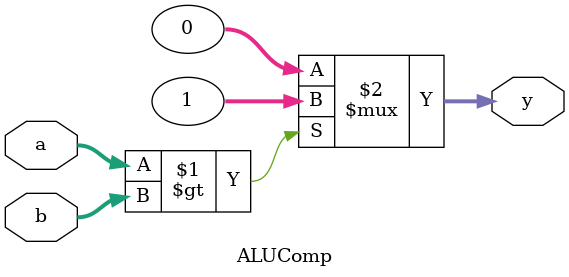
<source format=v>
`timescale 1ns / 1ps


module ALUComp(input [31:0]a,b,output [31:0]y);

assign y = (a>b)?'d1:'d0; 

endmodule

</source>
